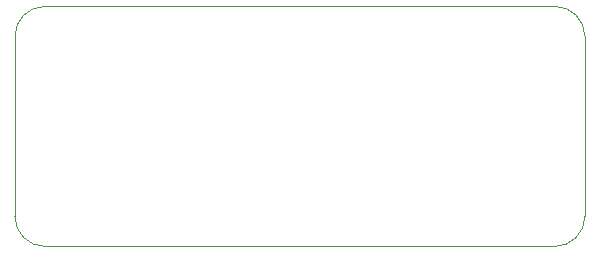
<source format=gbr>
%TF.GenerationSoftware,KiCad,Pcbnew,(6.0.9)*%
%TF.CreationDate,2023-01-24T15:10:40+02:00*%
%TF.ProjectId,cc1101,63633131-3031-42e6-9b69-6361645f7063,rev?*%
%TF.SameCoordinates,Original*%
%TF.FileFunction,Profile,NP*%
%FSLAX46Y46*%
G04 Gerber Fmt 4.6, Leading zero omitted, Abs format (unit mm)*
G04 Created by KiCad (PCBNEW (6.0.9)) date 2023-01-24 15:10:40*
%MOMM*%
%LPD*%
G01*
G04 APERTURE LIST*
%TA.AperFunction,Profile*%
%ADD10C,0.100000*%
%TD*%
G04 APERTURE END LIST*
D10*
X139700000Y-124460000D02*
G75*
G03*
X137160000Y-121920000I-2540000J0D01*
G01*
X137160000Y-142240000D02*
G75*
G03*
X139700000Y-139700000I0J2540000D01*
G01*
X91440000Y-139700000D02*
G75*
G03*
X93980000Y-142240000I2540000J0D01*
G01*
X93980000Y-121920000D02*
G75*
G03*
X91440000Y-124460000I0J-2540000D01*
G01*
X137160000Y-121920000D02*
X93980000Y-121920000D01*
X139700000Y-139700000D02*
X139700000Y-124460000D01*
X93980000Y-142240000D02*
X137160000Y-142240000D01*
X91440000Y-124460000D02*
X91440000Y-139700000D01*
M02*

</source>
